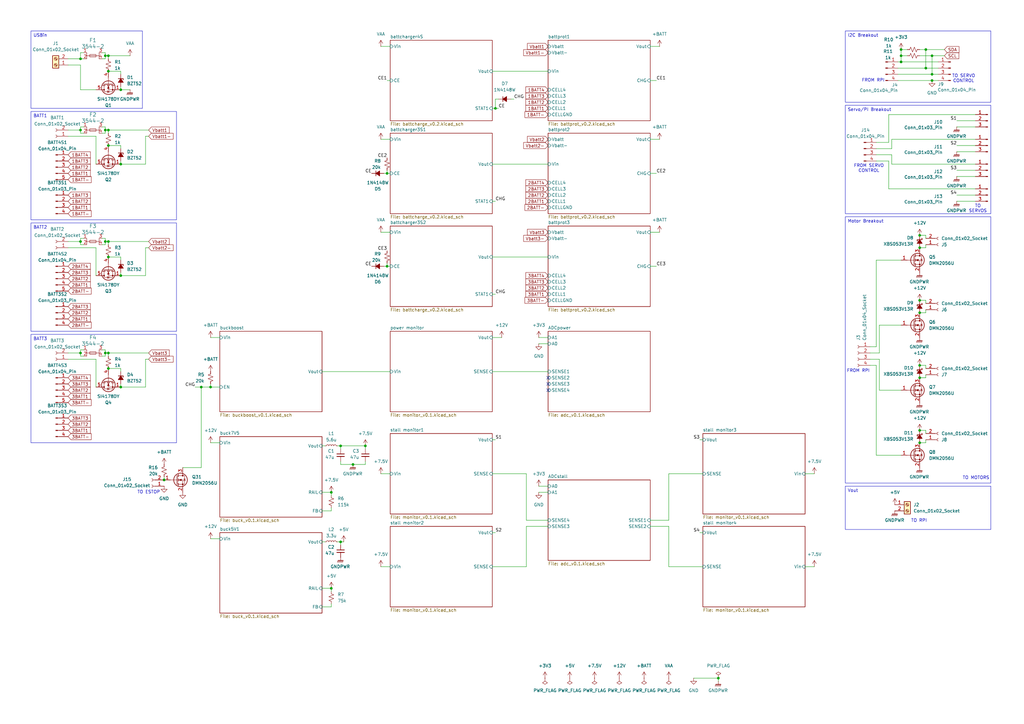
<source format=kicad_sch>
(kicad_sch (version 20250114) (generator "eeschema") (generator_version "9.0")
  (paper "A3")
  (title_block (title "powerdist") (rev "v0.1") (comment 1 "BATT: 1x 4S 7.2Ah + 2x 3S 4.2Ah") (comment 2 "ALL INDUCTORS IHLP5050FDxxxRxMA1"))
  (text "TO\nSERVOS" (at 401.066 85.598 0) (effects (font (size 1.27 1.27))))
  (text "TO RPI" (at 376.936 213.614 0) (effects (font (size 1.27 1.27))))
  (text "TO MOTORS" (at 400.304 196.088 0) (effects (font (size 1.27 1.27))))
  (text "TO ESTOP" (at 60.96 201.93 0) (effects (font (size 1.27 1.27))))
  (text "FROM SERVO\nCONTROL" (at 356.362 69.088 0) (effects (font (size 1.27 1.27))))
  (text "FROM RPI" (at 352.044 152.146 0) (effects (font (size 1.27 1.27))))
  (text "TO SERVO\nCONTROL" (at 395.224 32.258 0) (effects (font (size 1.27 1.27))))
  (text "FROM RPI" (at 358.14 33.02 0) (effects (font (size 1.27 1.27))))
  (text_box "BATT1\n" (at 12.7 45.72 0) (size 59.69 44.45) (margins 0.9525 0.9525 0.9525 0.9525) (effects (font (size 1.27 1.27)) (justify left top)))
  (text_box "I2C Breakout" (at 346.71 12.7 0) (size 59.69 29.21) (margins 0.9525 0.9525 0.9525 0.9525) (effects (font (size 1.27 1.27)) (justify left top)))
  (text_box "BATT3" (at 12.7 137.16 0) (size 59.69 44.45) (margins 0.9525 0.9525 0.9525 0.9525) (effects (font (size 1.27 1.27)) (justify left top)))
  (text_box "Servo/PI Breakout" (at 346.71 43.18 0) (size 59.69 44.45) (margins 0.9525 0.9525 0.9525 0.9525) (effects (font (size 1.27 1.27)) (justify left top)))
  (text_box "Motor Breakout" (at 346.71 88.9 0) (size 59.69 109.22) (margins 0.9525 0.9525 0.9525 0.9525) (effects (font (size 1.27 1.27)) (justify left top)))
  (text_box "BATT2" (at 12.7 91.44 0) (size 59.69 44.45) (margins 0.9525 0.9525 0.9525 0.9525) (effects (font (size 1.27 1.27)) (justify left top)))
  (text_box "Vout" (at 346.71 199.39 0) (size 59.69 17.78) (margins 0.9525 0.9525 0.9525 0.9525) (effects (font (size 1.27 1.27)) (justify left top)))
  (text_box "USBin\n" (at 12.7 12.7 0) (size 45.72 31.75) (margins 0.9525 0.9525 0.9525 0.9525) (effects (font (size 1.27 1.27)) (justify left top)))
  (junction (at 44.45 151.13))
  (junction (at 377.19 149.86))
  (junction (at 377.19 128.27))
  (junction (at 44.45 99.06))
  (junction (at 158.75 71.12))
  (junction (at 379.73 27.94))
  (junction (at 44.45 105.41))
  (junction (at 49.53 158.75))
  (junction (at 377.19 176.53))
  (junction (at 43.18 144.78))
  (junction (at 139.7 222.25))
  (junction (at 377.19 96.52))
  (junction (at 369.57 22.86))
  (junction (at 377.19 123.19))
  (junction (at 377.19 154.94))
  (junction (at 49.53 67.31))
  (junction (at 294.64 278.13))
  (junction (at 203.2 44.45))
  (junction (at 382.27 30.48))
  (junction (at 139.7 182.88))
  (junction (at 86.36 158.75))
  (junction (at 67.31 196.85))
  (junction (at 49.53 113.03))
  (junction (at 377.19 101.6))
  (junction (at 44.45 22.86))
  (junction (at 33.02 24.13))
  (junction (at 158.75 109.22))
  (junction (at 33.02 144.78))
  (junction (at 144.78 190.5))
  (junction (at 149.86 182.88))
  (junction (at 382.27 33.02))
  (junction (at 43.18 22.86))
  (junction (at 44.45 53.34))
  (junction (at 33.02 53.34))
  (junction (at 33.02 99.06))
  (junction (at 377.19 181.61))
  (junction (at 369.57 25.4))
  (junction (at 382.27 22.86))
  (junction (at 43.18 53.34))
  (junction (at 135.89 201.93))
  (junction (at 44.45 144.78))
  (junction (at 369.57 20.32))
  (junction (at 82.55 158.75))
  (junction (at 43.18 99.06))
  (junction (at 135.89 241.3))
  (junction (at 44.45 59.69))
  (junction (at 44.45 29.21))
  (junction (at 379.73 20.32))
  (junction (at 49.53 36.83))
  (no_connect (at 224.79 157.48))
  (no_connect (at 224.79 160.02))
  (no_connect (at 224.79 154.94))
  (wire (pts (xy 34.29 54.61) (xy 33.02 54.61)))
  (wire (pts (xy 274.32 232.41) (xy 274.32 215.9)))
  (wire (pts (xy 266.7 33.02) (xy 269.24 33.02)))
  (wire (pts (xy 44.45 151.13) (xy 49.53 151.13)))
  (wire (pts (xy 392.43 82.55) (xy 400.05 82.55)))
  (wire (pts (xy 160.02 19.05) (xy 156.21 19.05)))
  (wire (pts (xy 368.3 30.48) (xy 382.27 30.48)))
  (wire (pts (xy 27.94 24.13) (xy 33.02 24.13)))
  (wire (pts (xy 149.86 182.88) (xy 139.7 182.88)))
  (wire (pts (xy 144.78 190.5) (xy 139.7 190.5)))
  (wire (pts (xy 43.18 144.78) (xy 44.45 144.78)))
  (wire (pts (xy 215.9 213.36) (xy 224.79 213.36)))
  (wire (pts (xy 220.98 140.97) (xy 224.79 140.97)))
  (wire (pts (xy 203.2 82.55) (xy 201.93 82.55)))
  (wire (pts (xy 44.45 22.86) (xy 53.34 22.86)))
  (wire (pts (xy 33.02 36.83) (xy 33.02 26.67)))
  (wire (pts (xy 360.68 133.35) (xy 369.57 133.35)))
  (wire (pts (xy 82.55 158.75) (xy 86.36 158.75)))
  (wire (pts (xy 59.69 158.75) (xy 59.69 147.32)))
  (wire (pts (xy 392.43 59.69) (xy 400.05 59.69)))
  (wire (pts (xy 135.89 242.57) (xy 135.89 241.3)))
  (wire (pts (xy 220.98 199.39) (xy 224.79 199.39)))
  (wire (pts (xy 27.94 99.06) (xy 33.02 99.06)))
  (wire (pts (xy 377.19 149.86) (xy 379.73 149.86)))
  (wire (pts (xy 39.37 55.88) (xy 27.94 55.88)))
  (wire (pts (xy 210.82 40.64) (xy 209.55 40.64)))
  (wire (pts (xy 43.18 53.34) (xy 44.45 53.34)))
  (wire (pts (xy 360.68 147.32) (xy 356.87 147.32)))
  (wire (pts (xy 43.18 99.06) (xy 44.45 99.06)))
  (wire (pts (xy 86.36 220.98) (xy 90.17 220.98)))
  (wire (pts (xy 149.86 190.5) (xy 149.86 189.23)))
  (wire (pts (xy 33.02 36.83) (xy 39.37 36.83)))
  (wire (pts (xy 379.73 27.94) (xy 384.81 27.94)))
  (wire (pts (xy 158.75 33.02) (xy 160.02 33.02)))
  (wire (pts (xy 135.89 209.55) (xy 135.89 208.28)))
  (wire (pts (xy 288.29 194.31) (xy 274.32 194.31)))
  (wire (pts (xy 382.27 30.48) (xy 384.81 30.48)))
  (wire (pts (xy 43.18 21.59) (xy 43.18 22.86)))
  (wire (pts (xy 368.3 33.02) (xy 382.27 33.02)))
  (wire (pts (xy 43.18 21.59) (xy 41.91 21.59)))
  (wire (pts (xy 59.69 113.03) (xy 59.69 101.6)))
  (wire (pts (xy 203.2 40.64) (xy 203.2 44.45)))
  (wire (pts (xy 43.18 146.05) (xy 43.18 144.78)))
  (wire (pts (xy 133.35 222.25) (xy 132.08 222.25)))
  (wire (pts (xy 334.01 194.31) (xy 330.2 194.31)))
  (wire (pts (xy 158.75 109.22) (xy 158.75 107.95)))
  (wire (pts (xy 359.41 186.69) (xy 369.57 186.69)))
  (wire (pts (xy 33.02 99.06) (xy 33.02 97.79)))
  (wire (pts (xy 360.68 160.02) (xy 369.57 160.02)))
  (wire (pts (xy 379.73 181.61) (xy 377.19 181.61)))
  (wire (pts (xy 377.19 96.52) (xy 379.73 96.52)))
  (wire (pts (xy 33.02 146.05) (xy 34.29 146.05)))
  (wire (pts (xy 364.49 66.04) (xy 359.41 66.04)))
  (wire (pts (xy 157.48 109.22) (xy 158.75 109.22)))
  (wire (pts (xy 49.53 105.41) (xy 49.53 106.68)))
  (wire (pts (xy 220.98 201.93) (xy 224.79 201.93)))
  (wire (pts (xy 201.93 29.21) (xy 224.79 29.21)))
  (wire (pts (xy 158.75 71.12) (xy 158.75 69.85)))
  (wire (pts (xy 135.89 209.55) (xy 132.08 209.55)))
  (wire (pts (xy 203.2 40.64) (xy 204.47 40.64)))
  (wire (pts (xy 44.45 53.34) (xy 44.45 54.61)))
  (wire (pts (xy 67.31 195.58) (xy 67.31 196.85)))
  (wire (pts (xy 135.89 241.3) (xy 132.08 241.3)))
  (wire (pts (xy 44.45 22.86) (xy 44.45 24.13)))
  (wire (pts (xy 334.01 232.41) (xy 330.2 232.41)))
  (wire (pts (xy 359.41 142.24) (xy 356.87 142.24)))
  (wire (pts (xy 392.43 49.53) (xy 400.05 49.53)))
  (wire (pts (xy 33.02 97.79) (xy 34.29 97.79)))
  (wire (pts (xy 53.34 36.83) (xy 49.53 36.83)))
  (wire (pts (xy 44.45 59.69) (xy 49.53 59.69)))
  (wire (pts (xy 41.91 24.13) (xy 43.18 24.13)))
  (wire (pts (xy 49.53 158.75) (xy 59.69 158.75)))
  (wire (pts (xy 49.53 35.56) (xy 49.53 36.83)))
  (wire (pts (xy 44.45 105.41) (xy 49.53 105.41)))
  (wire (pts (xy 369.57 25.4) (xy 384.81 25.4)))
  (wire (pts (xy 139.7 182.88) (xy 138.43 182.88)))
  (wire (pts (xy 44.45 53.34) (xy 60.96 53.34)))
  (wire (pts (xy 364.49 58.42) (xy 364.49 46.99)))
  (wire (pts (xy 80.01 158.75) (xy 82.55 158.75)))
  (wire (pts (xy 224.79 215.9) (xy 215.9 215.9)))
  (wire (pts (xy 379.73 20.32) (xy 379.73 27.94)))
  (wire (pts (xy 86.36 181.61) (xy 90.17 181.61)))
  (wire (pts (xy 379.73 153.67) (xy 379.73 154.94)))
  (wire (pts (xy 86.36 157.48) (xy 86.36 158.75)))
  (wire (pts (xy 377.19 123.19) (xy 379.73 123.19)))
  (wire (pts (xy 135.89 203.2) (xy 135.89 201.93)))
  (wire (pts (xy 359.41 142.24) (xy 359.41 106.68)))
  (wire (pts (xy 43.18 22.86) (xy 44.45 22.86)))
  (wire (pts (xy 368.3 25.4) (xy 369.57 25.4)))
  (wire (pts (xy 160.02 71.12) (xy 158.75 71.12)))
  (wire (pts (xy 359.41 149.86) (xy 356.87 149.86)))
  (wire (pts (xy 43.18 52.07) (xy 41.91 52.07)))
  (wire (pts (xy 156.21 95.25) (xy 160.02 95.25)))
  (wire (pts (xy 132.08 152.4) (xy 160.02 152.4)))
  (wire (pts (xy 215.9 215.9) (xy 215.9 232.41)))
  (wire (pts (xy 284.48 278.13) (xy 294.64 278.13)))
  (wire (pts (xy 203.2 180.34) (xy 201.93 180.34)))
  (wire (pts (xy 34.29 21.59) (xy 33.02 21.59)))
  (wire (pts (xy 44.45 29.21) (xy 49.53 29.21)))
  (wire (pts (xy 379.73 123.19) (xy 379.73 124.46)))
  (wire (pts (xy 33.02 24.13) (xy 34.29 24.13)))
  (wire (pts (xy 27.94 101.6) (xy 39.37 101.6)))
  (wire (pts (xy 382.27 22.86) (xy 387.35 22.86)))
  (wire (pts (xy 379.73 180.34) (xy 379.73 181.61)))
  (wire (pts (xy 133.35 182.88) (xy 132.08 182.88)))
  (wire (pts (xy 82.55 191.77) (xy 74.93 191.77)))
  (wire (pts (xy 203.2 44.45) (xy 201.93 44.45)))
  (wire (pts (xy 41.91 146.05) (xy 43.18 146.05)))
  (wire (pts (xy 149.86 182.88) (xy 149.86 184.15)))
  (wire (pts (xy 220.98 138.43) (xy 224.79 138.43)))
  (wire (pts (xy 266.7 57.15) (xy 270.51 57.15)))
  (wire (pts (xy 33.02 53.34) (xy 33.02 52.07)))
  (wire (pts (xy 215.9 194.31) (xy 215.9 213.36)))
  (wire (pts (xy 203.2 120.65) (xy 201.93 120.65)))
  (wire (pts (xy 43.18 99.06) (xy 43.18 97.79)))
  (wire (pts (xy 43.18 22.86) (xy 43.18 24.13)))
  (wire (pts (xy 288.29 232.41) (xy 274.32 232.41)))
  (wire (pts (xy 33.02 52.07) (xy 34.29 52.07)))
  (wire (pts (xy 49.53 113.03) (xy 59.69 113.03)))
  (wire (pts (xy 43.18 100.33) (xy 43.18 99.06)))
  (wire (pts (xy 44.45 99.06) (xy 44.45 100.33)))
  (wire (pts (xy 365.76 67.31) (xy 365.76 63.5)))
  (wire (pts (xy 382.27 33.02) (xy 384.81 33.02)))
  (wire (pts (xy 49.53 151.13) (xy 49.53 152.4)))
  (wire (pts (xy 377.19 20.32) (xy 379.73 20.32)))
  (wire (pts (xy 43.18 144.78) (xy 43.18 143.51)))
  (wire (pts (xy 274.32 215.9) (xy 266.7 215.9)))
  (wire (pts (xy 377.19 176.53) (xy 379.73 176.53)))
  (wire (pts (xy 204.47 44.45) (xy 203.2 44.45)))
  (wire (pts (xy 39.37 113.03) (xy 39.37 101.6)))
  (wire (pts (xy 364.49 46.99) (xy 400.05 46.99)))
  (wire (pts (xy 359.41 149.86) (xy 359.41 186.69)))
  (wire (pts (xy 369.57 20.32) (xy 369.57 22.86)))
  (wire (pts (xy 215.9 232.41) (xy 201.93 232.41)))
  (wire (pts (xy 33.02 21.59) (xy 33.02 24.13)))
  (wire (pts (xy 368.3 27.94) (xy 379.73 27.94)))
  (wire (pts (xy 157.48 71.12) (xy 158.75 71.12)))
  (wire (pts (xy 201.93 105.41) (xy 224.79 105.41)))
  (wire (pts (xy 201.93 67.31) (xy 224.79 67.31)))
  (wire (pts (xy 369.57 20.32) (xy 372.11 20.32)))
  (wire (pts (xy 392.43 52.07) (xy 400.05 52.07)))
  (wire (pts (xy 41.91 100.33) (xy 43.18 100.33)))
  (wire (pts (xy 156.21 57.15) (xy 160.02 57.15)))
  (wire (pts (xy 369.57 22.86) (xy 369.57 25.4)))
  (wire (pts (xy 379.73 127) (xy 379.73 128.27)))
  (wire (pts (xy 140.97 222.25) (xy 139.7 222.25)))
  (wire (pts (xy 49.53 66.04) (xy 49.53 67.31)))
  (wire (pts (xy 400.05 77.47) (xy 364.49 77.47)))
  (wire (pts (xy 86.36 138.43) (xy 90.17 138.43)))
  (wire (pts (xy 266.7 95.25) (xy 270.51 95.25)))
  (wire (pts (xy 27.94 26.67) (xy 33.02 26.67)))
  (wire (pts (xy 201.93 152.4) (xy 224.79 152.4)))
  (wire (pts (xy 360.68 160.02) (xy 360.68 147.32)))
  (wire (pts (xy 379.73 128.27) (xy 377.19 128.27)))
  (wire (pts (xy 156.21 194.31) (xy 160.02 194.31)))
  (wire (pts (xy 392.43 80.01) (xy 400.05 80.01)))
  (wire (pts (xy 359.41 106.68) (xy 369.57 106.68)))
  (wire (pts (xy 86.36 158.75) (xy 90.17 158.75)))
  (wire (pts (xy 365.76 63.5) (xy 359.41 63.5)))
  (wire (pts (xy 135.89 248.92) (xy 135.89 247.65)))
  (wire (pts (xy 287.02 218.44) (xy 288.29 218.44)))
  (wire (pts (xy 49.53 157.48) (xy 49.53 158.75)))
  (wire (pts (xy 33.02 143.51) (xy 33.02 144.78)))
  (wire (pts (xy 27.94 144.78) (xy 33.02 144.78)))
  (wire (pts (xy 43.18 97.79) (xy 41.91 97.79)))
  (wire (pts (xy 135.89 201.93) (xy 132.08 201.93)))
  (wire (pts (xy 400.05 57.15) (xy 365.76 57.15)))
  (wire (pts (xy 49.53 111.76) (xy 49.53 113.03)))
  (wire (pts (xy 201.93 138.43) (xy 205.74 138.43)))
  (wire (pts (xy 365.76 57.15) (xy 365.76 60.96)))
  (wire (pts (xy 364.49 77.47) (xy 364.49 66.04)))
  (wire (pts (xy 43.18 53.34) (xy 43.18 54.61)))
  (wire (pts (xy 377.19 22.86) (xy 382.27 22.86)))
  (wire (pts (xy 156.21 232.41) (xy 160.02 232.41)))
  (wire (pts (xy 266.7 19.05) (xy 270.51 19.05)))
  (wire (pts (xy 379.73 149.86) (xy 379.73 151.13)))
  (wire (pts (xy 49.53 29.21) (xy 49.53 30.48)))
  (wire (pts (xy 82.55 158.75) (xy 82.55 191.77)))
  (wire (pts (xy 44.45 144.78) (xy 44.45 146.05)))
  (wire (pts (xy 139.7 190.5) (xy 139.7 189.23)))
  (wire (pts (xy 59.69 67.31) (xy 59.69 55.88)))
  (wire (pts (xy 274.32 194.31) (xy 274.32 213.36)))
  (wire (pts (xy 59.69 147.32) (xy 60.96 147.32)))
  (wire (pts (xy 266.7 71.12) (xy 269.24 71.12)))
  (wire (pts (xy 34.29 100.33) (xy 33.02 100.33)))
  (wire (pts (xy 49.53 59.69) (xy 49.53 60.96)))
  (wire (pts (xy 33.02 54.61) (xy 33.02 53.34)))
  (wire (pts (xy 203.2 218.44) (xy 201.93 218.44)))
  (wire (pts (xy 400.05 67.31) (xy 365.76 67.31)))
  (wire (pts (xy 294.64 279.4) (xy 294.64 278.13)))
  (wire (pts (xy 34.29 143.51) (xy 33.02 143.51)))
  (wire (pts (xy 43.18 143.51) (xy 41.91 143.51)))
  (wire (pts (xy 392.43 69.85) (xy 400.05 69.85)))
  (wire (pts (xy 39.37 158.75) (xy 39.37 147.32)))
  (wire (pts (xy 59.69 55.88) (xy 60.96 55.88)))
  (wire (pts (xy 33.02 100.33) (xy 33.02 99.06)))
  (wire (pts (xy 359.41 58.42) (xy 364.49 58.42)))
  (wire (pts (xy 379.73 101.6) (xy 377.19 101.6)))
  (wire (pts (xy 369.57 22.86) (xy 372.11 22.86)))
  (wire (pts (xy 392.43 72.39) (xy 400.05 72.39)))
  (wire (pts (xy 39.37 67.31) (xy 39.37 55.88)))
  (wire (pts (xy 392.43 62.23) (xy 400.05 62.23)))
  (wire (pts (xy 27.94 53.34) (xy 33.02 53.34)))
  (wire (pts (xy 41.91 54.61) (xy 43.18 54.61)))
  (wire (pts (xy 59.69 101.6) (xy 60.96 101.6)))
  (wire (pts (xy 360.68 133.35) (xy 360.68 144.78)))
  (wire (pts (xy 356.87 144.78) (xy 360.68 144.78)))
  (wire (pts (xy 274.32 213.36) (xy 266.7 213.36)))
  (wire (pts (xy 160.02 109.22) (xy 158.75 109.22)))
  (wire (pts (xy 139.7 222.25) (xy 139.7 223.52)))
  (wire (pts (xy 379.73 100.33) (xy 379.73 101.6)))
  (wire (pts (xy 201.93 194.31) (xy 215.9 194.31)))
  (wire (pts (xy 44.45 144.78) (xy 60.96 144.78)))
  (wire (pts (xy 139.7 222.25) (xy 138.43 222.25)))
  (wire (pts (xy 387.35 20.32) (xy 379.73 20.32)))
  (wire (pts (xy 144.78 190.5) (xy 149.86 190.5)))
  (wire (pts (xy 135.89 248.92) (xy 132.08 248.92)))
  (wire (pts (xy 27.94 147.32) (xy 39.37 147.32)))
  (wire (pts (xy 379.73 96.52) (xy 379.73 97.79)))
  (wire (pts (xy 33.02 144.78) (xy 33.02 146.05)))
  (wire (pts (xy 139.7 182.88) (xy 139.7 184.15)))
  (wire (pts (xy 269.24 109.22) (xy 266.7 109.22)))
  (wire (pts (xy 49.53 67.31) (xy 59.69 67.31)))
  (wire (pts (xy 379.73 176.53) (xy 379.73 177.8)))
  (wire (pts (xy 382.27 22.86) (xy 382.27 30.48)))
  (wire (pts (xy 44.45 99.06) (xy 60.96 99.06)))
  (wire (pts (xy 365.76 60.96) (xy 359.41 60.96)))
  (wire (pts (xy 43.18 52.07) (xy 43.18 53.34)))
  (wire (pts (xy 287.02 180.34) (xy 288.29 180.34)))
  (wire (pts (xy 379.73 154.94) (xy 377.19 154.94)))
  (label "CE3" (at 158.75 102.87 180))
  (label "S3" (at 287.02 180.34 180))
  (label "CE" (at 152.4 71.12 180))
  (label "S2" (at 203.2 218.44 0))
  (label "CE1" (at 269.24 33.02 0))
  (label "CE3" (at 269.24 109.22 0))
  (label "CHG" (at 203.2 82.55 0))
  (label "CHG" (at 80.01 158.75 180))
  (label "CE2" (at 269.24 71.12 0))
  (label "S1" (at 392.43 49.53 180))
  (label "CE2" (at 158.75 64.77 180))
  (label "CHG" (at 210.82 40.64 0))
  (label "S4" (at 392.43 80.01 180))
  (label "CHG" (at 203.2 120.65 0))
  (label "S4" (at 287.02 218.44 180))
  (label "S1" (at 203.2 180.34 0))
  (label "S3" (at 392.43 69.85 180))
  (label "CE" (at 204.47 44.45 0))
  (label "CE" (at 152.4 109.22 180))
  (label "CE1" (at 158.75 33.02 180))
  (label "S2" (at 392.43 59.69 180))
  (global_label "2BATT2" (shape input) (at 27.94 114.3 0) (property "Intersheetrefs" "${INTERSHEET_REFS}" (effects (hide yes))))
  (global_label "2BATT3" (shape input) (at 224.79 77.47 180) (property "Intersheetrefs" "${INTERSHEET_REFS}" (effects (hide yes))))
  (global_label "3BATT-" (shape input) (at 27.94 165.1 0) (property "Intersheetrefs" "${INTERSHEET_REFS}" (effects (hide yes))))
  (global_label "1BATT4" (shape input) (at 27.94 63.5 0) (property "Intersheetrefs" "${INTERSHEET_REFS}" (effects (hide yes))))
  (global_label "3BATT3" (shape input) (at 224.79 115.57 180) (property "Intersheetrefs" "${INTERSHEET_REFS}" (effects (hide yes))))
  (global_label "2BATT4" (shape input) (at 27.94 109.22 0) (property "Intersheetrefs" "${INTERSHEET_REFS}" (effects (hide yes))))
  (global_label "1BATT-" (shape input) (at 27.94 73.66 0) (property "Intersheetrefs" "${INTERSHEET_REFS}" (effects (hide yes))))
  (global_label "Vbatt2" (shape input) (at 224.79 57.15 180) (property "Intersheetrefs" "${INTERSHEET_REFS}" (effects (hide yes))))
  (global_label "2BATT-" (shape input) (at 224.79 85.09 180) (property "Intersheetrefs" "${INTERSHEET_REFS}" (effects (hide yes))))
  (global_label "3BATT3" (shape input) (at 27.94 157.48 0) (property "Intersheetrefs" "${INTERSHEET_REFS}" (effects (hide yes))))
  (global_label "2BATT-" (shape input) (at 27.94 119.38 0) (property "Intersheetrefs" "${INTERSHEET_REFS}" (effects (hide yes))))
  (global_label "3BATT4" (shape input) (at 224.79 113.03 180) (property "Intersheetrefs" "${INTERSHEET_REFS}" (effects (hide yes))))
  (global_label "2BATT1" (shape input) (at 27.94 116.84 0) (property "Intersheetrefs" "${INTERSHEET_REFS}" (effects (hide yes))))
  (global_label "2BATT-" (shape input) (at 27.94 133.35 0) (property "Intersheetrefs" "${INTERSHEET_REFS}" (effects (hide yes))))
  (global_label "3BATT2" (shape input) (at 27.94 173.99 0) (property "Intersheetrefs" "${INTERSHEET_REFS}" (effects (hide yes))))
  (global_label "Vbatt1-" (shape input) (at 224.79 21.59 180) (property "Intersheetrefs" "${INTERSHEET_REFS}" (effects (hide yes))))
  (global_label "2BATT3" (shape input) (at 27.94 125.73 0) (property "Intersheetrefs" "${INTERSHEET_REFS}" (effects (hide yes))))
  (global_label "3BATT2" (shape input) (at 224.79 118.11 180) (property "Intersheetrefs" "${INTERSHEET_REFS}" (effects (hide yes))))
  (global_label "3BATT3" (shape input) (at 27.94 171.45 0) (property "Intersheetrefs" "${INTERSHEET_REFS}" (effects (hide yes))))
  (global_label "3BATT-" (shape input) (at 224.79 123.19 180) (property "Intersheetrefs" "${INTERSHEET_REFS}" (effects (hide yes))))
  (global_label "SDA" (shape input) (at 387.35 20.32 0) (property "Intersheetrefs" "${INTERSHEET_REFS}" (effects (hide yes))))
  (global_label "1BATT3" (shape input) (at 224.79 39.37 180) (property "Intersheetrefs" "${INTERSHEET_REFS}" (effects (hide yes))))
  (global_label "3BATT1" (shape input) (at 27.94 162.56 0) (property "Intersheetrefs" "${INTERSHEET_REFS}" (effects (hide yes))))
  (global_label "3BATT-" (shape input) (at 27.94 179.07 0) (property "Intersheetrefs" "${INTERSHEET_REFS}" (effects (hide yes))))
  (global_label "3BATT4" (shape input) (at 27.94 154.94 0) (property "Intersheetrefs" "${INTERSHEET_REFS}" (effects (hide yes))))
  (global_label "Vbatt1" (shape input) (at 60.96 53.34 0) (property "Intersheetrefs" "${INTERSHEET_REFS}" (effects (hide yes))))
  (global_label "1BATT-" (shape input) (at 224.79 46.99 180) (property "Intersheetrefs" "${INTERSHEET_REFS}" (effects (hide yes))))
  (global_label "1BATT2" (shape input) (at 27.94 68.58 0) (property "Intersheetrefs" "${INTERSHEET_REFS}" (effects (hide yes))))
  (global_label "Vbatt2-" (shape input) (at 224.79 59.69 180) (property "Intersheetrefs" "${INTERSHEET_REFS}" (effects (hide yes))))
  (global_label "1BATT3" (shape input) (at 27.94 80.01 0) (property "Intersheetrefs" "${INTERSHEET_REFS}" (effects (hide yes))))
  (global_label "2BATT2" (shape input) (at 224.79 80.01 180) (property "Intersheetrefs" "${INTERSHEET_REFS}" (effects (hide yes))))
  (global_label "3BATT2" (shape input) (at 27.94 160.02 0) (property "Intersheetrefs" "${INTERSHEET_REFS}" (effects (hide yes))))
  (global_label "Vbatt1-" (shape input) (at 60.96 55.88 0) (property "Intersheetrefs" "${INTERSHEET_REFS}" (effects (hide yes))))
  (global_label "Vbatt2" (shape input) (at 60.96 99.06 0) (property "Intersheetrefs" "${INTERSHEET_REFS}" (effects (hide yes))))
  (global_label "2BATT2" (shape input) (at 27.94 128.27 0) (property "Intersheetrefs" "${INTERSHEET_REFS}" (effects (hide yes))))
  (global_label "1BATT2" (shape input) (at 224.79 41.91 180) (property "Intersheetrefs" "${INTERSHEET_REFS}" (effects (hide yes))))
  (global_label "3BATT1" (shape input) (at 27.94 176.53 0) (property "Intersheetrefs" "${INTERSHEET_REFS}" (effects (hide yes))))
  (global_label "Vbatt1" (shape input) (at 224.79 19.05 180) (property "Intersheetrefs" "${INTERSHEET_REFS}" (effects (hide yes))))
  (global_label "1BATT1" (shape input) (at 224.79 44.45 180) (property "Intersheetrefs" "${INTERSHEET_REFS}" (effects (hide yes))))
  (global_label "2BATT1" (shape input) (at 224.79 82.55 180) (property "Intersheetrefs" "${INTERSHEET_REFS}" (effects (hide yes))))
  (global_label "1BATT4" (shape input) (at 224.79 36.83 180) (property "Intersheetrefs" "${INTERSHEET_REFS}" (effects (hide yes))))
  (global_label "Vbatt3-" (shape input) (at 224.79 97.79 180) (property "Intersheetrefs" "${INTERSHEET_REFS}" (effects (hide yes))))
  (global_label "3BATT1" (shape input) (at 224.79 120.65 180) (property "Intersheetrefs" "${INTERSHEET_REFS}" (effects (hide yes))))
  (global_label "1BATT-" (shape input) (at 27.94 87.63 0) (property "Intersheetrefs" "${INTERSHEET_REFS}" (effects (hide yes))))
  (global_label "1BATT2" (shape input) (at 27.94 82.55 0) (property "Intersheetrefs" "${INTERSHEET_REFS}" (effects (hide yes))))
  (global_label "2BATT3" (shape input) (at 27.94 111.76 0) (property "Intersheetrefs" "${INTERSHEET_REFS}" (effects (hide yes))))
  (global_label "2BATT1" (shape input) (at 27.94 130.81 0) (property "Intersheetrefs" "${INTERSHEET_REFS}" (effects (hide yes))))
  (global_label "Vbatt3" (shape input) (at 224.79 95.25 180) (property "Intersheetrefs" "${INTERSHEET_REFS}" (effects (hide yes))))
  (global_label "SCL" (shape input) (at 387.35 22.86 0) (property "Intersheetrefs" "${INTERSHEET_REFS}" (effects (hide yes))))
  (global_label "Vbatt2-" (shape input) (at 60.96 101.6 0) (property "Intersheetrefs" "${INTERSHEET_REFS}" (effects (hide yes))))
  (global_label "Vbatt3" (shape input) (at 60.96 144.78 0) (property "Intersheetrefs" "${INTERSHEET_REFS}" (effects (hide yes))))
  (global_label "1BATT3" (shape input) (at 27.94 66.04 0) (property "Intersheetrefs" "${INTERSHEET_REFS}" (effects (hide yes))))
  (global_label "2BATT4" (shape input) (at 224.79 74.93 180) (property "Intersheetrefs" "${INTERSHEET_REFS}" (effects (hide yes))))
  (global_label "Vbatt3-" (shape input) (at 60.96 147.32 0) (property "Intersheetrefs" "${INTERSHEET_REFS}" (effects (hide yes))))
  (global_label "1BATT1" (shape input) (at 27.94 71.12 0) (property "Intersheetrefs" "${INTERSHEET_REFS}" (effects (hide yes))))
  (global_label "1BATT1" (shape input) (at 27.94 85.09 0) (property "Intersheetrefs" "${INTERSHEET_REFS}" (effects (hide yes))))
  (symbol (lib_id "power:VAA") (at 156.21 95.25 0) (unit 1)
    (property "Reference" "#PWR015" (effects (hide yes)))
    (property "Value" "VAA" (at 156.21 90.17 0))
    (property "Description" "Power symbol creates a global label with name \"VAA\"" (effects (hide yes)))
  )
  (symbol (lib_id "Device:R_Small_US") (at 158.75 67.31 0) (mirror y) (unit 1)
    (property "Reference" "R8" (at 156.21 66.0399 0) (effects (justify left)))
    (property "Value" "20k" (at 156.21 68.5799 0) (effects (justify left)))
    (property "Footprint" "Resistor_SMD:R_0603_1608Metric" (effects (hide yes)))
    (property "Description" "Resistor, small US symbol" (effects (hide yes)))
  )
  (symbol (lib_id "Connector:Screw_Terminal_01x02") (at 372.11 207.01 0) (unit 1)
    (property "Reference" "J2" (at 374.65 207.0099 0) (effects (justify left)))
    (property "Value" "Conn_01x02_Socket" (at 374.65 209.5499 0) (effects (justify left)))
    (property "Footprint" "TerminalBlock:TerminalBlock_bornier-2_P5.08mm" (effects (hide yes)))
    (property "Description" "Generic screw terminal, single row, 01x02, script generated (kicad-library-utils/schlib/autogen/connector/)" (effects (hide yes)))
  )
  (symbol (lib_id "Device:R_Small_US") (at 374.65 22.86 90) (unit 1)
    (property "Reference" "R11" (at 364.236 21.082 90))
    (property "Value" "1k" (at 364.236 23.622 90))
    (property "Footprint" "Resistor_SMD:R_0603_1608Metric" (effects (hide yes)))
    (property "Description" "Resistor, small US symbol" (effects (hide yes)))
  )
  (symbol (lib_id "power:+3V3") (at 220.98 199.39 0) (unit 1)
    (property "Reference" "#PWR021" (effects (hide yes)))
    (property "Value" "+3V3" (at 220.98 194.31 0))
    (property "Description" "Power symbol creates a global label with name \"+3V3\"" (effects (hide yes)))
  )
  (symbol (lib_id "Connector:Conn_01x03_Pin") (at 405.13 49.53 0) (mirror y) (unit 1)
    (property "Reference" "J10" (at 383.032 50.038 0) (effects (justify right)))
    (property "Value" "Conn_01x03_Pin" (at 370.84 52.324 0) (effects (justify right)))
    (property "Footprint" "Connector_PinHeader_2.54mm:PinHeader_1x03_P2.54mm_Vertical" (effects (hide yes)))
    (property "Description" "Generic connector, single row, 01x03, script generated" (effects (hide yes)))
  )
  (symbol (lib_id "Connector:Conn_01x04_Pin") (at 363.22 27.94 0) (unit 1)
    (property "Reference" "J4" (at 367.03 34.798 0))
    (property "Value" "Conn_01x04_Pin" (at 360.426 37.084 0))
    (property "Footprint" "Connector_PinHeader_2.54mm:PinHeader_1x04_P2.54mm_Vertical" (effects (hide yes)))
    (property "Description" "Generic connector, single row, 01x04, script generated" (effects (hide yes)))
  )
  (symbol (lib_id "Transistor_FET:Si7336ADP") (at 44.45 34.29 90) (mirror x) (unit 1)
    (property "Reference" "Q1" (at 44.45 43.18 90))
    (property "Value" "SI4178DY" (at 44.45 40.64 90))
    (property "Footprint" "Package_SO:PowerPAK_SO-8_Single" (effects (hide yes)))
    (property "Datasheet" "https://www.vishay.com/docs/73152/si7336adp.pdf" (effects (hide yes)))
    (property "Description" "30A Id, 30V Vds, 2.4mOhm Ron, PowerPAK-8" (effects (hide yes)))
    (property "Sim.Device" "NMOS" (effects (hide yes)))
    (property "Sim.Type" "VDMOS" (effects (hide yes)))
    (property "Sim.Pins" "1=D 2=G 3=S" (effects (hide yes)))
  )
  (symbol (lib_id "power:+7.5V") (at 135.89 201.93 0) (mirror y) (unit 1)
    (property "Reference" "#PWR07" (effects (hide yes)))
    (property "Value" "+7.5V" (at 135.89 196.85 0))
    (property "Description" "Power symbol creates a global label with name \"+7.5V\"" (effects (hide yes)))
  )
  (symbol (lib_id "Connector:Conn_01x03_Pin") (at 405.13 80.01 0) (mirror y) (unit 1)
    (property "Reference" "J13" (at 383.032 80.518 0) (effects (justify right)))
    (property "Value" "Conn_01x03_Pin" (at 370.84 82.804 0) (effects (justify right)))
    (property "Footprint" "Connector_PinHeader_2.54mm:PinHeader_1x03_P2.54mm_Vertical" (effects (hide yes)))
    (property "Description" "Generic connector, single row, 01x03, script generated" (effects (hide yes)))
  )
  (symbol (lib_id "power:GNDPWR") (at 377.19 138.43 0) (unit 1)
    (property "Reference" "#PWR042" (effects (hide yes)))
    (property "Value" "GNDPWR" (at 377.063 142.24 0))
    (property "Description" "Power symbol creates a global label with name \"GNDPWR\" , global ground" (effects (hide yes)))
  )
  (symbol (lib_id "Transistor_FET:Si7336ADP") (at 44.45 156.21 90) (mirror x) (unit 1)
    (property "Reference" "Q4" (at 44.45 165.1 90))
    (property "Value" "SI4178DY" (at 44.45 162.56 90))
    (property "Footprint" "Package_SO:PowerPAK_SO-8_Single" (effects (hide yes)))
    (property "Datasheet" "https://www.vishay.com/docs/73152/si7336adp.pdf" (effects (hide yes)))
    (property "Description" "30A Id, 30V Vds, 2.4mOhm Ron, PowerPAK-8" (effects (hide yes)))
    (property "Sim.Device" "NMOS" (effects (hide yes)))
    (property "Sim.Type" "VDMOS" (effects (hide yes)))
    (property "Sim.Pins" "1=D 2=G 3=S" (effects (hide yes)))
  )
  (symbol (lib_id "power:+3V3") (at 223.52 278.13 0) (unit 1)
    (property "Reference" "#PWR023" (effects (hide yes)))
    (property "Value" "+3V3" (at 223.52 273.05 0))
    (property "Description" "Power symbol creates a global label with name \"+3V3\"" (effects (hide yes)))
  )
  (symbol (lib_id "power:PWR_FLAG") (at 274.32 278.13 180) (unit 1)
    (property "Reference" "#FLG06" (effects (hide yes)))
    (property "Value" "PWR_FLAG" (at 274.32 283.21 0))
    (property "Description" "Special symbol for telling ERC where power comes from" (effects (hide yes)))
  )
  (symbol (lib_id "power:+12V") (at 377.19 149.86 0) (unit 1)
    (property "Reference" "#PWR043" (effects (hide yes)))
    (property "Value" "+12V" (at 377.19 144.78 0))
    (property "Description" "Power symbol creates a global label with name \"+12V\"" (effects (hide yes)))
  )
  (symbol (lib_id "Device:R_Small_US") (at 135.89 245.11 0) (unit 1)
    (property "Reference" "R7" (at 138.43 243.8399 0) (effects (justify left)))
    (property "Value" "75k" (at 138.43 246.3799 0) (effects (justify left)))
    (property "Footprint" "Resistor_SMD:R_0603_1608Metric" (effects (hide yes)))
    (property "Description" "Resistor, small US symbol" (effects (hide yes)))
  )
  (symbol (lib_id "power:+12V") (at 205.74 138.43 0) (unit 1)
    (property "Reference" "#PWR018" (effects (hide yes)))
    (property "Value" "+12V" (at 205.74 133.35 0))
    (property "Description" "Power symbol creates a global label with name \"+12V\"" (effects (hide yes)))
  )
  (symbol (lib_id "Device:R_Small_US") (at 44.45 148.59 0) (unit 1)
    (property "Reference" "R4" (at 46.99 147.3199 0) (effects (justify left)))
    (property "Value" "1k" (at 46.99 149.8599 0) (effects (justify left)))
    (property "Footprint" "Resistor_SMD:R_0603_1608Metric" (effects (hide yes)))
    (property "Description" "Resistor, small US symbol" (effects (hide yes)))
  )
  (symbol (lib_id "Connector:Conn_01x02_Socket") (at 384.81 127 0) (mirror x) (unit 1)
    (property "Reference" "J6" (at 386.08 127.0001 0) (effects (justify left)))
    (property "Value" "Conn_01x02_Socket" (at 386.08 124.4601 0) (effects (justify left)))
    (property "Footprint" "Connector_JST:JST_XH_B2B-XH-AM_1x02_P2.50mm_Vertical" (effects (hide yes)))
    (property "Description" "Generic connector, single row, 01x02, script generated" (effects (hide yes)))
  )
  (symbol (lib_id "Connector:Conn_01x02_Socket") (at 62.23 199.39 180) (unit 1)
    (property "Reference" "J15" (at 52.07 196.596 0))
    (property "Value" "Conn_01x02_Socket" (at 52.07 199.136 0))
    (property "Footprint" "TerminalBlock:TerminalBlock_bornier-2_P5.08mm" (effects (hide yes)))
    (property "Description" "Generic connector, single row, 01x02, script generated" (effects (hide yes)))
  )
  (symbol (lib_id "Device:R_Small_US") (at 44.45 26.67 0) (unit 1)
    (property "Reference" "R1" (at 46.99 25.3999 0) (effects (justify left)))
    (property "Value" "1k" (at 46.99 27.9399 0) (effects (justify left)))
    (property "Footprint" "Resistor_SMD:R_0603_1608Metric" (effects (hide yes)))
    (property "Description" "Resistor, small US symbol" (effects (hide yes)))
  )
  (symbol (lib_id "power:GNDPWR") (at 392.43 82.55 0) (unit 1)
    (property "Reference" "#PWR051" (effects (hide yes)))
    (property "Value" "GNDPWR" (at 392.303 86.36 0))
    (property "Description" "Power symbol creates a global label with name \"GNDPWR\" , global ground" (effects (hide yes)))
  )
  (symbol (lib_id "power:+7.5V") (at 156.21 232.41 0) (mirror y) (unit 1)
    (property "Reference" "#PWR017" (effects (hide yes)))
    (property "Value" "+7.5V" (at 156.21 227.33 0))
    (property "Description" "Power symbol creates a global label with name \"+7.5V\"" (effects (hide yes)))
  )
  (symbol (lib_id "Connector:Screw_Terminal_01x02") (at 22.86 26.67 180) (unit 1)
    (property "Reference" "J1" (at 22.86 17.78 0))
    (property "Value" "Conn_01x02_Socket" (at 22.86 20.32 0))
    (property "Footprint" "TerminalBlock:TerminalBlock_bornier-2_P5.08mm" (effects (hide yes)))
    (property "Description" "Generic screw terminal, single row, 01x02, script generated (kicad-library-utils/schlib/autogen/connector/)" (effects (hide yes)))
  )
  (symbol (lib_id "Connector:Conn_01x05_Pin") (at 22.86 68.58 0) (unit 1)
    (property "Reference" "BATT4S1" (at 23.495 58.42 0))
    (property "Value" "Conn_01x04_Pin" (at 23.495 60.96 0))
    (property "Footprint" "Connector_JST:JST_XH_B5B-XH-AM_1x05_P2.50mm_Vertical" (effects (hide yes)))
    (property "Description" "Generic connector, single row, 01x05, script generated" (effects (hide yes)))
  )
  (symbol (lib_id "Device:R_Small_US") (at 67.31 193.04 0) (mirror y) (unit 1)
    (property "Reference" "R16" (at 64.77 191.7699 0) (effects (justify left)))
    (property "Value" "20k" (at 64.77 194.3099 0) (effects (justify left)))
    (property "Footprint" "Resistor_SMD:R_0603_1608Metric" (effects (hide yes)))
    (property "Description" "Resistor, small US symbol" (effects (hide yes)))
  )
  (symbol (lib_id "Device:C_Small") (at 139.7 226.06 0) (mirror y) (unit 1)
    (property "Reference" "C2" (at 137.16 224.3581 0) (effects (justify left)))
    (property "Value" "47u" (at 137.16 226.8981 0) (effects (justify left)))
    (property "Footprint" "Capacitor_SMD:C_1206_3216Metric" (effects (hide yes)))
    (property "Description" "Unpolarized capacitor, small symbol" (effects (hide yes)))
  )
  (symbol (lib_id "power:+12V") (at 377.19 96.52 0) (unit 1)
    (property "Reference" "#PWR039" (effects (hide yes)))
    (property "Value" "+12V" (at 377.19 91.44 0))
    (property "Description" "Power symbol creates a global label with name \"+12V\"" (effects (hide yes)))
  )
  (symbol (lib_id "power:+12V") (at 86.36 220.98 0) (unit 1)
    (property "Reference" "#PWR06" (effects (hide yes)))
    (property "Value" "+12V" (at 86.36 215.9 0))
    (property "Description" "Power symbol creates a global label with name \"+12V\"" (effects (hide yes)))
  )
  (symbol (lib_id "power:VAA") (at 156.21 19.05 0) (unit 1)
    (property "Reference" "#PWR013" (effects (hide yes)))
    (property "Value" "VAA" (at 156.21 13.97 0))
    (property "Description" "Power symbol creates a global label with name \"VAA\"" (effects (hide yes)))
  )
  (symbol (lib_id "power:GNDPWR") (at 367.03 209.55 0) (unit 1)
    (property "Reference" "#PWR037" (effects (hide yes)))
    (property "Value" "GNDPWR" (at 366.903 213.36 0))
    (property "Description" "Power symbol creates a global label with name \"GNDPWR\" , global ground" (effects (hide yes)))
  )
  (symbol (lib_id "power:GNDPWR") (at 53.34 36.83 0) (unit 1)
    (property "Reference" "#PWR02" (effects (hide yes)))
    (property "Value" "GNDPWR" (at 53.213 40.64 0))
    (property "Description" "Power symbol creates a global label with name \"GNDPWR\" , global ground" (effects (hide yes)))
  )
  (symbol (lib_id "Transistor_FET:DMN2056U") (at 72.39 196.85 0) (unit 1)
    (property "Reference" "Q31" (at 78.74 195.5799 0) (effects (justify left)))
    (property "Value" "DMN2056U" (at 78.74 198.1199 0) (effects (justify left)))
    (property "Footprint" "Package_TO_SOT_SMD:SOT-23" (effects (hide yes)))
    (property "Datasheet" "http://www.diodes.com/assets/Datasheets/DMN2056U.pdf" (effects (hide yes)))
    (property "Description" "4A Id, 20V Vds, N-Channel MOSFET, SOT-23" (effects (hide yes)))
    (property "Sim.Device" "NMOS" (effects (hide yes)))
    (property "Sim.Type" "VDMOS" (effects (hide yes)))
    (property "Sim.Pins" "1=D 2=G 3=S" (effects (hide yes)))
  )
  (symbol (lib_id "Device:D_Zener_Small_Filled") (at 49.53 63.5 270) (unit 1)
    (property "Reference" "D2" (at 52.07 62.2299 90) (effects (justify left)))
    (property "Value" "BZT52" (at 52.07 64.7699 90) (effects (justify left)))
    (property "Footprint" "Diode_SMD:D_SOD-123" (effects (hide yes)))
    (property "Description" "Zener diode, small symbol, filled shape" (effects (hide yes)))
  )
  (symbol (lib_id "power:+3V3") (at 369.57 20.32 0) (unit 1)
    (property "Reference" "#PWR038" (effects (hide yes)))
    (property "Value" "+3V3" (at 369.57 15.24 0))
    (property "Description" "Power symbol creates a global label with name \"+3V3\"" (effects (hide yes)))
  )
  (symbol (lib_id "Device:D_Schottky_Small_Filled") (at 377.19 152.4 270) (unit 1)
    (property "Reference" "D10" (at 374.65 150.8759 90) (effects (justify right)))
    (property "Value" "XBS053V13R" (at 374.65 153.4159 90) (effects (justify right)))
    (property "Footprint" "Diode_SMD:D_SOD-323_HandSoldering" (effects (hide yes)))
    (property "Description" "Schottky diode, small symbol, filled shape" (effects (hide yes)))
  )
  (symbol (lib_id "power:GNDPWR") (at 392.43 62.23 0) (unit 1)
    (property "Reference" "#PWR049" (effects (hide yes)))
    (property "Value" "GNDPWR" (at 392.303 66.04 0))
    (property "Description" "Power symbol creates a global label with name \"GNDPWR\" , global ground" (effects (hide yes)))
  )
  (symbol (lib_id "power:GND") (at 67.31 199.39 0) (unit 1)
    (property "Reference" "#PWR073" (effects (hide yes)))
    (property "Value" "GND" (at 67.31 204.47 0))
    (property "Description" "Power symbol creates a global label with name \"GND\" , ground" (effects (hide yes)))
  )
  (symbol (lib_id "Device:D_Zener_Small_Filled") (at 49.53 154.94 270) (unit 1)
    (property "Reference" "D4" (at 52.07 153.6699 90) (effects (justify left)))
    (property "Value" "BZT52" (at 52.07 156.2099 90) (effects (justify left)))
    (property "Footprint" "Diode_SMD:D_SOD-123" (effects (hide yes)))
    (property "Description" "Zener diode, small symbol, filled shape" (effects (hide yes)))
  )
  (symbol (lib_id "power:+7.5V") (at 243.84 278.13 0) (unit 1)
    (property "Reference" "#PWR025" (effects (hide yes)))
    (property "Value" "+7.5V" (at 243.84 273.05 0))
    (property "Description" "Power symbol creates a global label with name \"+7.5V\"" (effects (hide yes)))
  )
  (symbol (lib_id "power:+BATT") (at 86.36 138.43 0) (unit 1)
    (property "Reference" "#PWR03" (effects (hide yes)))
    (property "Value" "+BATT" (at 86.36 133.35 0))
    (property "Description" "Power symbol creates a global label with name \"+BATT\"" (effects (hide yes)))
  )
  (symbol (lib_id "Connector:Conn_01x02_Socket") (at 384.81 180.34 0) (mirror x) (unit 1)
    (property "Reference" "J8" (at 386.08 180.3401 0) (effects (justify left)))
    (property "Value" "Conn_01x02_Socket" (at 386.08 177.8001 0) (effects (justify left)))
    (property "Footprint" "Connector_JST:JST_XH_B2B-XH-AM_1x02_P2.50mm_Vertical" (effects (hide yes)))
    (property "Description" "Generic connector, single row, 01x02, script generated" (effects (hide yes)))
  )
  (symbol (lib_id "power:GND") (at 220.98 201.93 0) (unit 1)
    (property "Reference" "#PWR022" (effects (hide yes)))
    (property "Value" "GND" (at 220.98 207.01 0))
    (property "Description" "Power symbol creates a global label with name \"GND\" , ground" (effects (hide yes)))
  )
  (symbol (lib_id "power:VAA") (at 274.32 278.13 0) (unit 1)
    (property "Reference" "#PWR031" (effects (hide yes)))
    (property "Value" "VAA" (at 274.32 273.05 0))
    (property "Description" "Power symbol creates a global label with name \"VAA\"" (effects (hide yes)))
  )
  (symbol (lib_id "Transistor_FET:DMN2056U") (at 374.65 133.35 0) (unit 1)
    (property "Reference" "Q6" (at 381 132.0799 0) (effects (justify left)))
    (property "Value" "DMN2056U" (at 381 134.6199 0) (effects (justify left)))
    (property "Footprint" "Package_TO_SOT_SMD:SOT-23" (effects (hide yes)))
    (property "Datasheet" "http://www.diodes.com/assets/Datasheets/DMN2056U.pdf" (effects (hide yes)))
    (property "Description" "4A Id, 20V Vds, N-Channel MOSFET, SOT-23" (effects (hide yes)))
    (property "Sim.Device" "NMOS" (effects (hide yes)))
    (property "Sim.Type" "VDMOS" (effects (hide yes)))
    (property "Sim.Pins" "1=D 2=G 3=S" (effects (hide yes)))
  )
  (symbol (lib_id "power:GNDPWR") (at 294.64 279.4 0) (unit 1)
    (property "Reference" "#PWR033" (effects (hide yes)))
    (property "Value" "GNDPWR" (at 294.513 283.21 0))
    (property "Description" "Power symbol creates a global label with name \"GNDPWR\" , global ground" (effects (hide yes)))
  )
  (symbol (lib_id "Device:C_Small") (at 139.7 186.69 0) (mirror y) (unit 1)
    (property "Reference" "C1" (at 137.16 184.9881 0) (effects (justify left)))
    (property "Value" "47u" (at 137.16 187.5281 0) (effects (justify left)))
    (property "Footprint" "Capacitor_SMD:C_1206_3216Metric" (effects (hide yes)))
    (property "Description" "Unpolarized capacitor, small symbol" (effects (hide yes)))
  )
  (symbol (lib_id "Connector:Conn_01x05_Pin") (at 22.86 114.3 0) (unit 1)
    (property "Reference" "BATT4S2" (at 23.495 104.14 0))
    (property "Value" "Conn_01x04_Pin" (at 23.495 106.68 0))
    (property "Footprint" "Connector_JST:JST_XH_B5B-XH-AM_1x05_P2.50mm_Vertical" (effects (hide yes)))
    (property "Description" "Generic connector, single row, 01x05, script generated" (effects (hide yes)))
  )
  (symbol (lib_id "power:GNDPWR") (at 144.78 190.5 0) (unit 1)
    (property "Reference" "#PWR011" (effects (hide yes)))
    (property "Value" "GNDPWR" (at 144.653 194.31 0))
    (property "Description" "Power symbol creates a global label with name \"GNDPWR\" , global ground" (effects (hide yes)))
  )
  (symbol (lib_id "Transistor_FET:DMN2056U") (at 374.65 106.68 0) (unit 1)
    (property "Reference" "Q5" (at 381 105.4099 0) (effects (justify left)))
    (property "Value" "DMN2056U" (at 381 107.9499 0) (effects (justify left)))
    (property "Footprint" "Package_TO_SOT_SMD:SOT-23" (effects (hide yes)))
    (property "Datasheet" "http://www.diodes.com/assets/Datasheets/DMN2056U.pdf" (effects (hide yes)))
    (property "Description" "4A Id, 20V Vds, N-Channel MOSFET, SOT-23" (effects (hide yes)))
    (property "Sim.Device" "NMOS" (effects (hide yes)))
    (property "Sim.Type" "VDMOS" (effects (hide yes)))
    (property "Sim.Pins" "1=D 2=G 3=S" (effects (hide yes)))
  )
  (symbol (lib_id "Device:R_Small_US") (at 44.45 102.87 0) (unit 1)
    (property "Reference" "R3" (at 46.99 101.5999 0) (effects (justify left)))
    (property "Value" "1k" (at 46.99 104.1399 0) (effects (justify left)))
    (property "Footprint" "Resistor_SMD:R_0603_1608Metric" (effects (hide yes)))
    (property "Description" "Resistor, small US symbol" (effects (hide yes)))
  )
  (symbol (lib_id "Device:D_Small_Filled") (at 154.94 109.22 0) (unit 1)
    (property "Reference" "D6" (at 154.94 115.57 0))
    (property "Value" "1N4148W" (at 154.94 113.03 0))
    (property "Footprint" "Diode_SMD:D_SOD-123" (effects (hide yes)))
    (property "Description" "Diode, small symbol, filled shape" (effects (hide yes)))
    (property "Sim.Device" "D" (effects (hide yes)))
    (property "Sim.Pins" "1=K 2=A" (effects (hide yes)))
  )
  (symbol (lib_id "Device:D_Small_Filled") (at 207.01 40.64 0) (mirror x) (unit 1)
    (property "Reference" "D7" (at 207.01 34.29 0))
    (property "Value" "1N4148W" (at 207.01 36.83 0))
    (property "Footprint" "Diode_SMD:D_SOD-123" (effects (hide yes)))
    (property "Description" "Diode, small symbol, filled shape" (effects (hide yes)))
    (property "Sim.Device" "D" (effects (hide yes)))
    (property "Sim.Pins" "1=K 2=A" (effects (hide yes)))
  )
  (symbol (lib_id "Transistor_FET:DMN2056U") (at 374.65 186.69 0) (unit 1)
    (property "Reference" "Q8" (at 381 185.4199 0) (effects (justify left)))
    (property "Value" "DMN2056U" (at 381 187.9599 0) (effects (justify left)))
    (property "Footprint" "Package_TO_SOT_SMD:SOT-23" (effects (hide yes)))
    (property "Datasheet" "http://www.diodes.com/assets/Datasheets/DMN2056U.pdf" (effects (hide yes)))
    (property "Description" "4A Id, 20V Vds, N-Channel MOSFET, SOT-23" (effects (hide yes)))
    (property "Sim.Device" "NMOS" (effects (hide yes)))
    (property "Sim.Type" "VDMOS" (effects (hide yes)))
    (property "Sim.Pins" "1=D 2=G 3=S" (effects (hide yes)))
  )
  (symbol (lib_id "power:VAA") (at 156.21 57.15 0) (unit 1)
    (property "Reference" "#PWR014" (effects (hide yes)))
    (property "Value" "VAA" (at 156.21 52.07 0))
    (property "Description" "Power symbol creates a global label with name \"VAA\"" (effects (hide yes)))
  )
  (symbol (lib_id "power:GNDPWR") (at 377.19 165.1 0) (unit 1)
    (property "Reference" "#PWR044" (effects (hide yes)))
    (property "Value" "GNDPWR" (at 377.063 168.91 0))
    (property "Description" "Power symbol creates a global label with name \"GNDPWR\" , global ground" (effects (hide yes)))
  )
  (symbol (lib_id "power:GND") (at 74.93 201.93 0) (unit 1)
    (property "Reference" "#PWR054" (effects (hide yes)))
    (property "Value" "GND" (at 74.93 207.01 0))
    (property "Description" "Power symbol creates a global label with name \"GND\" , ground" (effects (hide yes)))
  )
  (symbol (lib_id "Device:D_Schottky_Small_Filled") (at 377.19 99.06 270) (unit 1)
    (property "Reference" "D8" (at 374.65 97.5359 90) (effects (justify right)))
    (property "Value" "XBS053V13R" (at 374.65 100.0759 90) (effects (justify right)))
    (property "Footprint" "Diode_SMD:D_SOD-323_HandSoldering" (effects (hide yes)))
    (property "Description" "Schottky diode, small symbol, filled shape" (effects (hide yes)))
  )
  (symbol (lib_id "Connector:Conn_01x04_Pin") (at 389.89 27.94 0) (mirror y) (unit 1)
    (property "Reference" "J9" (at 387.096 34.544 0) (effects (justify left)))
    (property "Value" "Conn_01x04_Pin" (at 392.43 36.83 0))
    (property "Footprint" "Connector_PinHeader_2.54mm:PinHeader_1x04_P2.54mm_Vertical" (effects (hide yes)))
    (property "Description" "Generic connector, single row, 01x04, script generated" (effects (hide yes)))
  )
  (symbol (lib_id "power:+BATT") (at 264.16 278.13 0) (unit 1)
    (property "Reference" "#PWR027" (effects (hide yes)))
    (property "Value" "+BATT" (at 264.16 273.05 0))
    (property "Description" "Power symbol creates a global label with name \"+BATT\"" (effects (hide yes)))
  )
  (symbol (lib_id "power:GND") (at 284.48 278.13 0) (unit 1)
    (property "Reference" "#PWR032" (effects (hide yes)))
    (property "Value" "GND" (at 284.48 283.21 0))
    (property "Description" "Power symbol creates a global label with name \"GND\" , ground" (effects (hide yes)))
  )
  (symbol (lib_id "Device:R_Small_US") (at 86.36 154.94 0) (mirror y) (unit 1)
    (property "Reference" "R5" (at 83.82 153.6699 0) (effects (justify left)))
    (property "Value" "20k" (at 83.82 156.2099 0) (effects (justify left)))
    (property "Footprint" "Resistor_SMD:R_0603_1608Metric" (effects (hide yes)))
    (property "Description" "Resistor, small US symbol" (effects (hide yes)))
  )
  (symbol (lib_id "Connector:Conn_01x03_Pin") (at 405.13 69.85 0) (mirror y) (unit 1)
    (property "Reference" "J12" (at 383.032 70.358 0) (effects (justify right)))
    (property "Value" "Conn_01x03_Pin" (at 370.84 72.644 0) (effects (justify right)))
    (property "Footprint" "Connector_PinHeader_2.54mm:PinHeader_1x03_P2.54mm_Vertical" (effects (hide yes)))
    (property "Description" "Generic connector, single row, 01x03, script generated" (effects (hide yes)))
  )
  (symbol (lib_id "Transistor_FET:Si7336ADP") (at 44.45 64.77 90) (mirror x) (unit 1)
    (property "Reference" "Q2" (at 44.45 73.66 90))
    (property "Value" "SI4178DY" (at 44.45 71.12 90))
    (property "Footprint" "Package_SO:PowerPAK_SO-8_Single" (effects (hide yes)))
    (property "Datasheet" "https://www.vishay.com/docs/73152/si7336adp.pdf" (effects (hide yes)))
    (property "Description" "30A Id, 30V Vds, 2.4mOhm Ron, PowerPAK-8" (effects (hide yes)))
    (property "Sim.Device" "NMOS" (effects (hide yes)))
    (property "Sim.Type" "VDMOS" (effects (hide yes)))
    (property "Sim.Pins" "1=D 2=G 3=S" (effects (hide yes)))
  )
  (symbol (lib_id "power:GNDPWR") (at 377.19 191.77 0) (unit 1)
    (property "Reference" "#PWR046" (effects (hide yes)))
    (property "Value" "GNDPWR" (at 377.063 195.58 0))
    (property "Description" "Power symbol creates a global label with name \"GNDPWR\" , global ground" (effects (hide yes)))
  )
  (symbol (lib_id "Transistor_FET:Si7336ADP") (at 44.45 110.49 90) (mirror x) (unit 1)
    (property "Reference" "Q3" (at 44.45 119.38 90))
    (property "Value" "SI4178DY" (at 44.45 116.84 90))
    (property "Footprint" "Package_SO:PowerPAK_SO-8_Single" (effects (hide yes)))
    (property "Datasheet" "https://www.vishay.com/docs/73152/si7336adp.pdf" (effects (hide yes)))
    (property "Description" "30A Id, 30V Vds, 2.4mOhm Ron, PowerPAK-8" (effects (hide yes)))
    (property "Sim.Device" "NMOS" (effects (hide yes)))
    (property "Sim.Type" "VDMOS" (effects (hide yes)))
    (property "Sim.Pins" "1=D 2=G 3=S" (effects (hide yes)))
  )
  (symbol (lib_id "Connector:Conn_01x02_Socket") (at 22.86 101.6 180) (unit 1)
    (property "Reference" "BATT2" (at 23.495 93.98 0))
    (property "Value" "Conn_01x02_Socket" (at 23.495 96.52 0))
    (property "Footprint" "Connector:Banana_Jack_2Pin" (effects (hide yes)))
    (property "Description" "Generic connector, single row, 01x02, script generated" (effects (hide yes)))
  )
  (symbol (lib_id "power:+BATT") (at 86.36 152.4 0) (unit 1)
    (property "Reference" "#PWR04" (effects (hide yes)))
    (property "Value" "+BATT" (at 86.36 147.32 0))
    (property "Description" "Power symbol creates a global label with name \"+BATT\"" (effects (hide yes)))
  )
  (symbol (lib_id "Device:D_Small_Filled") (at 154.94 71.12 0) (unit 1)
    (property "Reference" "D5" (at 154.94 77.47 0))
    (property "Value" "1N4148W" (at 154.94 74.93 0))
    (property "Footprint" "Diode_SMD:D_SOD-123" (effects (hide yes)))
    (property "Description" "Diode, small symbol, filled shape" (effects (hide yes)))
    (property "Sim.Device" "D" (effects (hide yes)))
    (property "Sim.Pins" "1=K 2=A" (effects (hide yes)))
  )
  (symbol (lib_id "Connector:Conn_01x04_Socket") (at 351.79 144.78 0) (mirror y) (unit 1)
    (property "Reference" "J3" (at 352.044 139.7 90) (effects (justify left)))
    (property "Value" "Conn_01x04_Socket" (at 354.584 139.7 90) (effects (justify left)))
    (property "Footprint" "Connector_PinHeader_2.54mm:PinHeader_1x04_P2.54mm_Vertical" (effects (hide yes)))
    (property "Description" "Generic connector, single row, 01x04, script generated" (effects (hide yes)))
  )
  (symbol (lib_id "3544-2:3544-2") (at 38.1 144.78 0) (unit 1)
    (property "Reference" "F4" (at 38.1 138.43 0) (effects (font (size 1.524 1.524))))
    (property "Value" "3544-2" (at 38.1 140.97 0) (effects (font (size 1.524 1.524))))
    (property "Footprint" "powerdist:CONN_3544-2_KEY" (effects (hide yes)))
    (property "Datasheet" "3544-2" (effects (hide yes)))
  )
  (symbol (lib_id "power:GNDPWR") (at 377.19 111.76 0) (unit 1)
    (property "Reference" "#PWR040" (effects (hide yes)))
    (property "Value" "GNDPWR" (at 377.063 115.57 0))
    (property "Description" "Power symbol creates a global label with name \"GNDPWR\" , global ground" (effects (hide yes)))
  )
  (symbol (lib_id "Connector:Conn_01x05_Pin") (at 22.86 160.02 0) (unit 1)
    (property "Reference" "BATT4S3" (at 23.495 149.86 0))
    (property "Value" "Conn_01x04_Pin" (at 23.495 152.4 0))
    (property "Footprint" "Connector_JST:JST_XH_B5B-XH-AM_1x05_P2.50mm_Vertical" (effects (hide yes)))
    (property "Description" "Generic connector, single row, 01x05, script generated" (effects (hide yes)))
  )
  (symbol (lib_id "Device:R_Small_US") (at 158.75 105.41 0) (mirror y) (unit 1)
    (property "Reference" "R9" (at 156.21 104.1399 0) (effects (justify left)))
    (property "Value" "20k" (at 156.21 106.6799 0) (effects (justify left)))
    (property "Footprint" "Resistor_SMD:R_0603_1608Metric" (effects (hide yes)))
    (property "Description" "Resistor, small US symbol" (effects (hide yes)))
  )
  (symbol (lib_id "Device:D_Schottky_Small_Filled") (at 377.19 125.73 270) (unit 1)
    (property "Reference" "D9" (at 374.65 124.2059 90) (effects (justify right)))
    (property "Value" "XBS053V13R" (at 374.65 126.7459 90) (effects (justify right)))
    (property "Footprint" "Diode_SMD:D_SOD-323_HandSoldering" (effects (hide yes)))
    (property "Description" "Schottky diode, small symbol, filled shape" (effects (hide yes)))
  )
  (symbol (lib_id "Device:L_Small") (at 135.89 182.88 270) (mirror x) (unit 1)
    (property "Reference" "L1" (at 135.89 177.8 90))
    (property "Value" "5.6u" (at 135.89 180.34 90))
    (property "Footprint" "Inductor_SMD:L_Vishay_IHLP-5050" (effects (hide yes)))
    (property "Description" "Inductor, small symbol" (effects (hide yes)))
  )
  (symbol (lib_id "3544-2:3544-2") (at 38.1 22.86 0) (unit 1)
    (property "Reference" "F1" (at 38.1 16.51 0) (effects (font (size 1.524 1.524))))
    (property "Value" "3544-2" (at 38.1 19.05 0) (effects (font (size 1.524 1.524))))
    (property "Footprint" "powerdist:CONN_3544-2_KEY" (effects (hide yes)))
    (property "Datasheet" "3544-2" (effects (hide yes)))
  )
  (symbol (lib_id "power:GNDPWR") (at 392.43 52.07 0) (unit 1)
    (property "Reference" "#PWR048" (effects (hide yes)))
    (property "Value" "GNDPWR" (at 392.303 55.88 0))
    (property "Description" "Power symbol creates a global label with name \"GNDPWR\" , global ground" (effects (hide yes)))
  )
  (symbol (lib_id "power:PWR_FLAG") (at 264.16 278.13 180) (unit 1)
    (property "Reference" "#FLG05" (effects (hide yes)))
    (property "Value" "PWR_FLAG" (at 264.16 283.21 0))
    (property "Description" "Special symbol for telling ERC where power comes from" (effects (hide yes)))
  )
  (symbol (lib_id "power:+BATT") (at 270.51 57.15 0) (unit 1)
    (property "Reference" "#PWR029" (effects (hide yes)))
    (property "Value" "+BATT" (at 270.51 52.07 0))
    (property "Description" "Power symbol creates a global label with name \"+BATT\"" (effects (hide yes)))
  )
  (symbol (lib_id "Connector:Conn_01x02_Socket") (at 22.86 55.88 180) (unit 1)
    (property "Reference" "BATT1" (at 23.495 48.26 0))
    (property "Value" "Conn_01x02_Socket" (at 23.495 50.8 0))
    (property "Footprint" "Connector:Banana_Jack_2Pin" (effects (hide yes)))
    (property "Description" "Generic connector, single row, 01x02, script generated" (effects (hide yes)))
  )
  (symbol (lib_id "power:+12V") (at 377.19 176.53 0) (unit 1)
    (property "Reference" "#PWR045" (effects (hide yes)))
    (property "Value" "+12V" (at 377.19 171.45 0))
    (property "Description" "Power symbol creates a global label with name \"+12V\"" (effects (hide yes)))
  )
  (symbol (lib_id "power:GNDPWR") (at 139.7 228.6 0) (unit 1)
    (property "Reference" "#PWR09" (effects (hide yes)))
    (property "Value" "GNDPWR" (at 139.573 232.41 0))
    (property "Description" "Power symbol creates a global label with name \"GNDPWR\" , global ground" (effects (hide yes)))
  )
  (symbol (lib_id "power:+BATT") (at 67.31 190.5 0) (unit 1)
    (property "Reference" "#PWR092" (effects (hide yes)))
    (property "Value" "+BATT" (at 67.31 185.42 0))
    (property "Description" "Power symbol creates a global label with name \"+BATT\"" (effects (hide yes)))
  )
  (symbol (lib_id "Device:D_Zener_Small_Filled") (at 49.53 33.02 270) (unit 1)
    (property "Reference" "D1" (at 52.07 31.7499 90) (effects (justify left)))
    (property "Value" "BZT52" (at 52.07 34.2899 90) (effects (justify left)))
    (property "Footprint" "Diode_SMD:D_SOD-123" (effects (hide yes)))
    (property "Description" "Zener diode, small symbol, filled shape" (effects (hide yes)))
  )
  (symbol (lib_id "power:PWR_FLAG") (at 294.64 278.13 0) (unit 1)
    (property "Reference" "#FLG07" (effects (hide yes)))
    (property "Value" "PWR_FLAG" (at 294.64 273.05 0))
    (property "Description" "Special symbol for telling ERC where power comes from" (effects (hide yes)))
  )
  (symbol (lib_id "Connector:Conn_01x02_Socket") (at 384.81 100.33 0) (mirror x) (unit 1)
    (property "Reference" "J5" (at 386.08 100.3301 0) (effects (justify left)))
    (property "Value" "Conn_01x02_Socket" (at 386.08 97.7901 0) (effects (justify left)))
    (property "Footprint" "Connector_JST:JST_XH_B2B-XH-AM_1x02_P2.50mm_Vertical" (effects (hide yes)))
    (property "Description" "Generic connector, single row, 01x02, script generated" (effects (hide yes)))
  )
  (symbol (lib_id "Connector:Conn_01x04_Pin") (at 22.86 128.27 0) (unit 1)
    (property "Reference" "BATT3S2" (at 23.495 120.65 0))
    (property "Value" "Conn_01x03_Pin" (at 23.495 123.19 0))
    (property "Footprint" "Connector_JST:JST_XH_B4B-XH-AM_1x04_P2.50mm_Vertical" (effects (hide yes)))
    (property "Description" "Generic connector, single row, 01x04, script generated" (effects (hide yes)))
  )
  (symbol (lib_id "power:+12V") (at 377.19 123.19 0) (unit 1)
    (property "Reference" "#PWR041" (effects (hide yes)))
    (property "Value" "+12V" (at 377.19 118.11 0))
    (property "Description" "Power symbol creates a global label with name \"+12V\"" (effects (hide yes)))
  )
  (symbol (lib_id "power:+7.5V") (at 334.01 232.41 0) (mirror y) (unit 1)
    (property "Reference" "#PWR035" (effects (hide yes)))
    (property "Value" "+7.5V" (at 334.01 227.33 0))
    (property "Description" "Power symbol creates a global label with name \"+7.5V\"" (effects (hide yes)))
  )
  (symbol (lib_id "power:+7.5V") (at 334.01 194.31 0) (mirror y) (unit 1)
    (property "Reference" "#PWR034" (effects (hide yes)))
    (property "Value" "+7.5V" (at 334.01 189.23 0))
    (property "Description" "Power symbol creates a global label with name \"+7.5V\"" (effects (hide yes)))
  )
  (symbol (lib_id "Connector:Conn_01x03_Pin") (at 405.13 59.69 0) (mirror y) (unit 1)
    (property "Reference" "J11" (at 383.032 60.198 0) (effects (justify right)))
    (property "Value" "Conn_01x03_Pin" (at 370.84 62.484 0) (effects (justify right)))
    (property "Footprint" "Connector_PinHeader_2.54mm:PinHeader_1x03_P2.54mm_Vertical" (effects (hide yes)))
    (property "Description" "Generic connector, single row, 01x03, script generated" (effects (hide yes)))
  )
  (symbol (lib_id "power:+BATT") (at 270.51 19.05 0) (unit 1)
    (property "Reference" "#PWR028" (effects (hide yes)))
    (property "Value" "+BATT" (at 270.51 13.97 0))
    (property "Description" "Power symbol creates a global label with name \"+BATT\"" (effects (hide yes)))
  )
  (symbol (lib_id "power:+7.5V") (at 156.21 194.31 0) (mirror y) (unit 1)
    (property "Reference" "#PWR016" (effects (hide yes)))
    (property "Value" "+7.5V" (at 156.21 189.23 0))
    (property "Description" "Power symbol creates a global label with name \"+7.5V\"" (effects (hide yes)))
  )
  (symbol (lib_id "power:+12V") (at 254 278.13 0) (unit 1)
    (property "Reference" "#PWR026" (effects (hide yes)))
    (property "Value" "+12V" (at 254 273.05 0))
    (property "Description" "Power symbol creates a global label with name \"+12V\"" (effects (hide yes)))
  )
  (symbol (lib_id "3544-2:3544-2") (at 38.1 53.34 0) (unit 1)
    (property "Reference" "F2" (at 38.1 46.99 0) (effects (font (size 1.524 1.524))))
    (property "Value" "3544-2" (at 38.1 49.53 0) (effects (font (size 1.524 1.524))))
    (property "Footprint" "powerdist:CONN_3544-2_KEY" (effects (hide yes)))
    (property "Datasheet" "3544-2" (effects (hide yes)))
  )
  (symbol (lib_id "power:+7.5V") (at 149.86 182.88 0) (mirror y) (unit 1)
    (property "Reference" "#PWR012" (effects (hide yes)))
    (property "Value" "+7.5V" (at 149.86 177.8 0))
    (property "Description" "Power symbol creates a global label with name \"+7.5V\"" (effects (hide yes)))
  )
  (symbol (lib_id "power:+5V") (at 367.03 207.01 0) (unit 1)
    (property "Reference" "#PWR036" (effects (hide yes)))
    (property "Value" "+5V" (at 367.03 201.93 0))
    (property "Description" "Power symbol creates a global label with name \"+5V\"" (effects (hide yes)))
  )
  (symbol (lib_id "Connector:Conn_01x04_Pin") (at 22.86 173.99 0) (unit 1)
    (property "Reference" "BATT3S3" (at 23.495 166.37 0))
    (property "Value" "Conn_01x03_Pin" (at 23.495 168.91 0))
    (property "Footprint" "Connector_JST:JST_XH_B4B-XH-AM_1x04_P2.50mm_Vertical" (effects (hide yes)))
    (property "Description" "Generic connector, single row, 01x04, script generated" (effects (hide yes)))
  )
  (symbol (lib_id "power:+5V") (at 233.68 278.13 0) (unit 1)
    (property "Reference" "#PWR024" (effects (hide yes)))
    (property "Value" "+5V" (at 233.68 273.05 0))
    (property "Description" "Power symbol creates a global label with name \"+5V\"" (effects (hide yes)))
  )
  (symbol (lib_id "power:VAA") (at 53.34 22.86 0) (unit 1)
    (property "Reference" "#PWR01" (effects (hide yes)))
    (property "Value" "VAA" (at 53.34 17.78 0))
    (property "Description" "Power symbol creates a global label with name \"VAA\"" (effects (hide yes)))
  )
  (symbol (lib_id "Connector:Conn_01x02_Socket") (at 22.86 147.32 180) (unit 1)
    (property "Reference" "BATT3" (at 23.495 139.7 0))
    (property "Value" "Conn_01x02_Socket" (at 23.495 142.24 0))
    (property "Footprint" "Connector:Banana_Jack_2Pin" (effects (hide yes)))
    (property "Description" "Generic connector, single row, 01x02, script generated" (effects (hide yes)))
  )
  (symbol (lib_id "power:GNDPWR") (at 392.43 72.39 0) (unit 1)
    (property "Reference" "#PWR050" (effects (hide yes)))
    (property "Value" "GNDPWR" (at 392.303 76.2 0))
    (property "Description" "Power symbol creates a global label with name \"GNDPWR\" , global ground" (effects (hide yes)))
  )
  (symbol (lib_id "power:GND") (at 220.98 140.97 0) (unit 1)
    (property "Reference" "#PWR020" (effects (hide yes)))
    (property "Value" "GND" (at 220.98 146.05 0))
    (property "Description" "Power symbol creates a global label with name \"GND\" , ground" (effects (hide yes)))
  )
  (symbol (lib_id "power:PWR_FLAG") (at 254 278.13 180) (unit 1)
    (property "Reference" "#FLG04" (effects (hide yes)))
    (property "Value" "PWR_FLAG" (at 254 283.21 0))
    (property "Description" "Special symbol for telling ERC where power comes from" (effects (hide yes)))
  )
  (symbol (lib_id "power:PWR_FLAG") (at 223.52 278.13 180) (unit 1)
    (property "Reference" "#FLG01" (effects (hide yes)))
    (property "Value" "PWR_FLAG" (at 223.52 283.21 0))
    (property "Description" "Special symbol for telling ERC where power comes from" (effects (hide yes)))
  )
  (symbol (lib_id "power:+3V3") (at 220.98 138.43 0) (unit 1)
    (property "Reference" "#PWR019" (effects (hide yes)))
    (property "Value" "+3V3" (at 220.98 133.35 0))
    (property "Description" "Power symbol creates a global label with name \"+3V3\"" (effects (hide yes)))
  )
  (symbol (lib_id "Transistor_FET:DMN2056U") (at 374.65 160.02 0) (unit 1)
    (property "Reference" "Q7" (at 381 158.7499 0) (effects (justify left)))
    (property "Value" "DMN2056U" (at 381 161.2899 0) (effects (justify left)))
    (property "Footprint" "Package_TO_SOT_SMD:SOT-23" (effects (hide yes)))
    (property "Datasheet" "http://www.diodes.com/assets/Datasheets/DMN2056U.pdf" (effects (hide yes)))
    (property "Description" "4A Id, 20V Vds, N-Channel MOSFET, SOT-23" (effects (hide yes)))
    (property "Sim.Device" "NMOS" (effects (hide yes)))
    (property "Sim.Type" "VDMOS" (effects (hide yes)))
    (property "Sim.Pins" "1=D 2=G 3=S" (effects (hide yes)))
  )
  (symbol (lib_id "Device:L_Small") (at 135.89 222.25 270) (mirror x) (unit 1)
    (property "Reference" "L2" (at 135.89 217.17 90))
    (property "Value" "3.3u" (at 135.89 219.71 90))
    (property "Footprint" "Inductor_SMD:L_Vishay_IHLP-5050" (effects (hide yes)))
    (property "Description" "Inductor, small symbol" (effects (hide yes)))
  )
  (symbol (lib_id "Connector:Conn_01x04_Pin") (at 354.33 60.96 0) (unit 1)
    (property "Reference" "J14" (at 354.965 53.34 0))
    (property "Value" "Conn_01x04_Pin" (at 354.965 55.88 0))
    (property "Footprint" "Connector_PinHeader_2.54mm:PinHeader_1x04_P2.54mm_Vertical" (effects (hide yes)))
    (property "Description" "Generic connector, single row, 01x04, script generated" (effects (hide yes)))
  )
  (symbol (lib_id "Connector:Conn_01x02_Socket") (at 384.81 153.67 0) (mirror x) (unit 1)
    (property "Reference" "J7" (at 386.08 153.6701 0) (effects (justify left)))
    (property "Value" "Conn_01x02_Socket" (at 386.08 151.1301 0) (effects (justify left)))
    (property "Footprint" "Connector_JST:JST_XH_B2B-XH-AM_1x02_P2.50mm_Vertical" (effects (hide yes)))
    (property "Description" "Generic connector, single row, 01x02, script generated" (effects (hide yes)))
  )
  (symbol (lib_id "Device:R_Small_US") (at 44.45 57.15 0) (unit 1)
    (property "Reference" "R2" (at 46.99 55.8799 0) (effects (justify left)))
    (property "Value" "1k" (at 46.99 58.4199 0) (effects (justify left)))
    (property "Footprint" "Resistor_SMD:R_0603_1608Metric" (effects (hide yes)))
    (property "Description" "Resistor, small US symbol" (effects (hide yes)))
  )
  (symbol (lib_id "power:+5V") (at 135.89 241.3 0) (mirror y) (unit 1)
    (property "Reference" "#PWR08" (effects (hide yes)))
    (property "Value" "+5V" (at 135.89 236.22 0))
    (property "Description" "Power symbol creates a global label with name \"+5V\"" (effects (hide yes)))
  )
  (symbol (lib_id "power:GND") (at 382.27 33.02 0) (unit 1)
    (property "Reference" "#PWR047" (effects (hide yes)))
    (property "Value" "GND" (at 382.27 38.1 0))
    (property "Description" "Power symbol creates a global label with name \"GND\" , ground" (effects (hide yes)))
  )
  (symbol (lib_id "Device:R_Small_US") (at 135.89 205.74 0) (unit 1)
    (property "Reference" "R6" (at 138.43 204.4699 0) (effects (justify left)))
    (property "Value" "115k" (at 138.43 207.0099 0) (effects (justify left)))
    (property "Footprint" "Resistor_SMD:R_0603_1608Metric" (effects (hide yes)))
    (property "Description" "Resistor, small US symbol" (effects (hide yes)))
  )
  (symbol (lib_id "power:+5V") (at 140.97 222.25 0) (mirror y) (unit 1)
    (property "Reference" "#PWR010" (effects (hide yes)))
    (property "Value" "+5V" (at 140.97 217.17 0))
    (property "Description" "Power symbol creates a global label with name \"+5V\"" (effects (hide yes)))
  )
  (symbol (lib_id "Connector:Conn_01x04_Pin") (at 22.86 82.55 0) (unit 1)
    (property "Reference" "BATT3S1" (at 23.495 74.93 0))
    (property "Value" "Conn_01x03_Pin" (at 23.495 77.47 0))
    (property "Footprint" "Connector_JST:JST_XH_B4B-XH-AM_1x04_P2.50mm_Vertical" (effects (hide yes)))
    (property "Description" "Generic connector, single row, 01x04, script generated" (effects (hide yes)))
  )
  (symbol (lib_id "3544-2:3544-2") (at 38.1 99.06 0) (unit 1)
    (property "Reference" "F3" (at 38.1 92.71 0) (effects (font (size 1.524 1.524))))
    (property "Value" "3544-2" (at 38.1 95.25 0) (effects (font (size 1.524 1.524))))
    (property "Footprint" "powerdist:CONN_3544-2_KEY" (effects (hide yes)))
    (property "Datasheet" "3544-2" (effects (hide yes)))
  )
  (symbol (lib_id "power:+12V") (at 86.36 181.61 0) (unit 1)
    (property "Reference" "#PWR05" (effects (hide yes)))
    (property "Value" "+12V" (at 86.36 176.53 0))
    (property "Description" "Power symbol creates a global label with name \"+12V\"" (effects (hide yes)))
  )
  (symbol (lib_id "Device:C_Small") (at 149.86 186.69 0) (mirror y) (unit 1)
    (property "Reference" "C3" (at 147.32 184.9881 0) (effects (justify left)))
    (property "Value" "47u" (at 147.32 187.5281 0) (effects (justify left)))
    (property "Footprint" "Capacitor_SMD:C_1206_3216Metric" (effects (hide yes)))
    (property "Description" "Unpolarized capacitor, small symbol" (effects (hide yes)))
  )
  (symbol (lib_id "Device:D_Schottky_Small_Filled") (at 377.19 179.07 270) (unit 1)
    (property "Reference" "D11" (at 374.65 177.5459 90) (effects (justify right)))
    (property "Value" "XBS053V13R" (at 374.65 180.0859 90) (effects (justify right)))
    (property "Footprint" "Diode_SMD:D_SOD-323_HandSoldering" (effects (hide yes)))
    (property "Description" "Schottky diode, small symbol, filled shape" (effects (hide yes)))
  )
  (symbol (lib_id "power:PWR_FLAG") (at 243.84 278.13 180) (unit 1)
    (property "Reference" "#FLG03" (effects (hide yes)))
    (property "Value" "PWR_FLAG" (at 243.84 283.21 0))
    (property "Description" "Special symbol for telling ERC where power comes from" (effects (hide yes)))
  )
  (symbol (lib_id "Device:R_Small_US") (at 374.65 20.32 90) (unit 1)
    (property "Reference" "R10" (at 364.49 16.256 90))
    (property "Value" "1k" (at 364.49 18.796 90))
    (property "Footprint" "Resistor_SMD:R_0603_1608Metric" (effects (hide yes)))
    (property "Description" "Resistor, small US symbol" (effects (hide yes)))
  )
  (symbol (lib_id "Device:D_Zener_Small_Filled") (at 49.53 109.22 270) (unit 1)
    (property "Reference" "D3" (at 52.07 107.9499 90) (effects (justify left)))
    (property "Value" "BZT52" (at 52.07 110.4899 90) (effects (justify left)))
    (property "Footprint" "Diode_SMD:D_SOD-123" (effects (hide yes)))
    (property "Description" "Zener diode, small symbol, filled shape" (effects (hide yes)))
  )
  (symbol (lib_id "power:+BATT") (at 270.51 95.25 0) (unit 1)
    (property "Reference" "#PWR030" (effects (hide yes)))
    (property "Value" "+BATT" (at 270.51 90.17 0))
    (property "Description" "Power symbol creates a global label with name \"+BATT\"" (effects (hide yes)))
  )
  (symbol (lib_id "power:PWR_FLAG") (at 233.68 278.13 180) (unit 1)
    (property "Reference" "#FLG02" (effects (hide yes)))
    (property "Value" "PWR_FLAG" (at 233.68 283.21 0))
    (property "Description" "Special symbol for telling ERC where power comes from" (effects (hide yes)))
  )
  (sheet (at 224.79 135.89) (size 41.91 33.02) (stroke (width 0.1524))
    (property "Sheetname" "ADCpower" (at 224.79 135.1784 0) (effects (justify left bottom)))
    (property "Sheetfile" "adc_v0.1.kicad_sch" (at 224.79 169.4946 0) (effects (justify left top)))
    (pin "A0" input (at 224.79 140.97 180))
    (pin "A1" input (at 224.79 138.43 180))
    (pin "SENSE1" input (at 224.79 152.4 180))
    (pin "SENSE2" input (at 224.79 154.94 180))
    (pin "SENSE3" input (at 224.79 157.48 180))
    (pin "SENSE4" input (at 224.79 160.02 180))
  )
  (sheet (at 224.79 54.61) (size 41.91 33.02) (stroke (width 0.1524))
    (property "Sheetname" "battprot2" (at 224.79 53.8984 0) (effects (justify left bottom)))
    (property "Sheetfile" "battprot_v0.2.kicad_sch" (at 224.79 88.2146 0) (effects (justify left top)))
    (pin "Vbatt" input (at 224.79 57.15 180))
    (pin "CELLGND" input (at 224.79 85.09 180))
    (pin "CELL1" input (at 224.79 82.55 180))
    (pin "CELL2" input (at 224.79 80.01 180))
    (pin "CELL4" input (at 224.79 74.93 180))
    (pin "CELL3" input (at 224.79 77.47 180))
    (pin "Vbatt-" input (at 224.79 59.69 180))
    (pin "Vin" input (at 224.79 67.31 180))
    (pin "CHG" input (at 266.7 71.12 0))
    (pin "Vout" input (at 266.7 57.15 0))
  )
  (sheet (at 160.02 177.8) (size 41.91 33.02) (stroke (width 0.1524))
    (property "Sheetname" "stall monitor1" (at 160.02 177.0884 0) (effects (justify left bottom)))
    (property "Sheetfile" "monitor_v0.1.kicad_sch" (at 160.02 211.4046 0) (effects (justify left top)))
    (pin "Vin" input (at 160.02 194.31 180))
    (pin "Vout" input (at 201.93 180.34 0))
    (pin "SENSE" input (at 201.93 194.31 0))
  )
  (sheet (at 160.02 135.89) (size 41.91 33.02) (stroke (width 0.1524))
    (property "Sheetname" "power monitor" (at 160.02 135.1784 0) (effects (justify left bottom)))
    (property "Sheetfile" "monitor_v0.1.kicad_sch" (at 160.02 169.4946 0) (effects (justify left top)))
    (pin "Vin" input (at 160.02 152.4 180))
    (pin "Vout" input (at 201.93 138.43 0))
    (pin "SENSE" input (at 201.93 152.4 0))
  )
  (sheet (at 90.17 218.44) (size 41.91 33.02) (stroke (width 0.1524))
    (property "Sheetname" "buck5V1" (at 90.17 217.7284 0) (effects (justify left bottom)))
    (property "Sheetfile" "buck_v0.1.kicad_sch" (at 90.17 252.0446 0) (effects (justify left top)))
    (pin "Vout" input (at 132.08 222.25 0))
    (pin "RAIL" input (at 132.08 241.3 0))
    (pin "FB" input (at 132.08 248.92 0))
    (pin "Vin" input (at 90.17 220.98 180))
  )
  (sheet (at 160.02 16.51) (size 41.91 33.02) (stroke (width 0.1524))
    (property "Sheetname" "battcharger4S" (at 160.02 15.7984 0) (effects (justify left bottom)))
    (property "Sheetfile" "battcharge_v0.2.kicad_sch" (at 160.02 50.1146 0) (effects (justify left top)))
    (pin "STAT1" input (at 201.93 44.45 0))
    (pin "CE" input (at 160.02 33.02 180))
    (pin "Vout" input (at 201.93 29.21 0))
    (pin "Vin" input (at 160.02 19.05 180))
  )
  (sheet (at 90.17 135.89) (size 41.91 33.02) (stroke (width 0.1524))
    (property "Sheetname" "buckboost" (at 90.17 135.1784 0) (effects (justify left bottom)))
    (property "Sheetfile" "buckboost_v0.1.kicad_sch" (at 90.17 169.4946 0) (effects (justify left top)))
    (pin "EN" input (at 90.17 158.75 180))
    (pin "Vout" input (at 132.08 152.4 0))
    (pin "Vin" input (at 90.17 138.43 180))
  )
  (sheet (at 224.79 16.51) (size 41.91 33.02) (stroke (width 0.1524))
    (property "Sheetname" "battprot1" (at 224.79 15.7984 0) (effects (justify left bottom)))
    (property "Sheetfile" "battprot_v0.2.kicad_sch" (at 224.79 50.1146 0) (effects (justify left top)))
    (pin "Vbatt" input (at 224.79 19.05 180))
    (pin "CELLGND" input (at 224.79 46.99 180))
    (pin "CELL1" input (at 224.79 44.45 180))
    (pin "CELL2" input (at 224.79 41.91 180))
    (pin "CELL4" input (at 224.79 36.83 180))
    (pin "CELL3" input (at 224.79 39.37 180))
    (pin "Vbatt-" input (at 224.79 21.59 180))
    (pin "Vin" input (at 224.79 29.21 180))
    (pin "CHG" input (at 266.7 33.02 0))
    (pin "Vout" input (at 266.7 19.05 0))
  )
  (sheet (at 224.79 196.85) (size 41.91 33.02) (stroke (width 0.1524))
    (property "Sheetname" "ADCstall" (at 224.79 196.1384 0) (effects (justify left bottom)))
    (property "Sheetfile" "adc_v0.1.kicad_sch" (at 224.79 230.4546 0) (effects (justify left top)))
    (pin "A0" input (at 224.79 199.39 180))
    (pin "A1" input (at 224.79 201.93 180))
    (pin "SENSE4" input (at 224.79 213.36 180))
    (pin "SENSE3" input (at 224.79 215.9 180))
    (pin "SENSE1" input (at 266.7 213.36 0))
    (pin "SENSE2" input (at 266.7 215.9 0))
  )
  (sheet (at 224.79 92.71) (size 41.91 33.02) (stroke (width 0.1524))
    (property "Sheetname" "battprot3" (at 224.79 91.9984 0) (effects (justify left bottom)))
    (property "Sheetfile" "battprot_v0.2.kicad_sch" (at 224.79 126.3146 0) (effects (justify left top)))
    (pin "Vbatt" input (at 224.79 95.25 180))
    (pin "CELLGND" input (at 224.79 123.19 180))
    (pin "CELL1" input (at 224.79 120.65 180))
    (pin "CELL2" input (at 224.79 118.11 180))
    (pin "CELL4" input (at 224.79 113.03 180))
    (pin "CELL3" input (at 224.79 115.57 180))
    (pin "Vbatt-" input (at 224.79 97.79 180))
    (pin "Vin" input (at 224.79 105.41 180))
    (pin "CHG" input (at 266.7 109.22 0))
    (pin "Vout" input (at 266.7 95.25 0))
  )
  (sheet (at 90.17 179.07) (size 41.91 33.02) (stroke (width 0.1524))
    (property "Sheetname" "buck7V5" (at 90.17 178.3584 0) (effects (justify left bottom)))
    (property "Sheetfile" "buck_v0.1.kicad_sch" (at 90.17 212.6746 0) (effects (justify left top)))
    (pin "Vout" input (at 132.08 182.88 0))
    (pin "RAIL" input (at 132.08 201.93 0))
    (pin "FB" input (at 132.08 209.55 0))
    (pin "Vin" input (at 90.17 181.61 180))
  )
  (sheet (at 160.02 92.71) (size 41.91 33.02) (stroke (width 0.1524))
    (property "Sheetname" "battcharger3S2" (at 160.02 91.9984 0) (effects (justify left bottom)))
    (property "Sheetfile" "battcharge_v0.2.kicad_sch" (at 160.02 126.3146 0) (effects (justify left top)))
    (pin "STAT1" input (at 201.93 120.65 0))
    (pin "CE" input (at 160.02 109.22 180))
    (pin "Vout" input (at 201.93 105.41 0))
    (pin "Vin" input (at 160.02 95.25 180))
  )
  (sheet (at 288.29 215.9) (size 41.91 33.02) (stroke (width 0.1524))
    (property "Sheetname" "stall monitor4" (at 288.29 215.1884 0) (effects (justify left bottom)))
    (property "Sheetfile" "monitor_v0.1.kicad_sch" (at 288.29 249.5046 0) (effects (justify left top)))
    (pin "Vin" input (at 330.2 232.41 0))
    (pin "Vout" input (at 288.29 218.44 180))
    (pin "SENSE" input (at 288.29 232.41 180))
  )
  (sheet (at 160.02 54.61) (size 41.91 33.02) (stroke (width 0.1524))
    (property "Sheetname" "battcharger3S1" (at 160.02 53.8984 0) (effects (justify left bottom)))
    (property "Sheetfile" "battcharge_v0.2.kicad_sch" (at 160.02 88.2146 0) (effects (justify left top)))
    (pin "STAT1" input (at 201.93 82.55 0))
    (pin "CE" input (at 160.02 71.12 180))
    (pin "Vout" input (at 201.93 67.31 0))
    (pin "Vin" input (at 160.02 57.15 180))
  )
  (sheet (at 288.29 177.8) (size 41.91 33.02) (stroke (width 0.1524))
    (property "Sheetname" "stall monitor3" (at 288.29 177.0884 0) (effects (justify left bottom)))
    (property "Sheetfile" "monitor_v0.1.kicad_sch" (at 288.29 211.4046 0) (effects (justify left top)))
    (pin "Vin" input (at 330.2 194.31 0))
    (pin "Vout" input (at 288.29 180.34 180))
    (pin "SENSE" input (at 288.29 194.31 180))
  )
  (sheet (at 160.02 215.9) (size 41.91 33.02) (stroke (width 0.1524))
    (property "Sheetname" "stall monitor2" (at 160.02 215.1884 0) (effects (justify left bottom)))
    (property "Sheetfile" "monitor_v0.1.kicad_sch" (at 160.02 249.5046 0) (effects (justify left top)))
    (pin "Vin" input (at 160.02 232.41 180))
    (pin "Vout" input (at 201.93 218.44 0))
    (pin "SENSE" input (at 201.93 232.41 0))
  )
)
</source>
